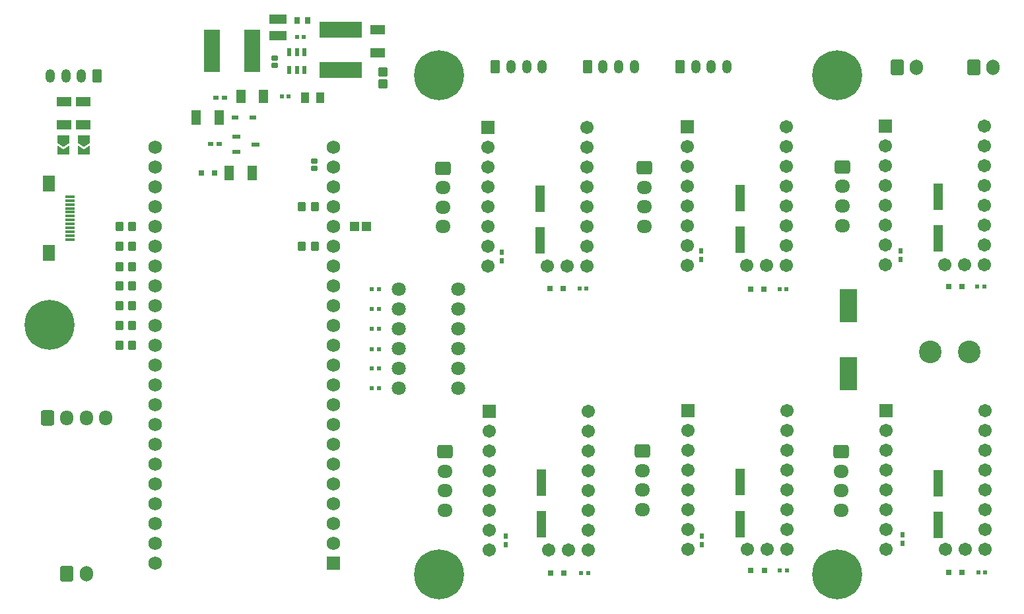
<source format=gbr>
%TF.GenerationSoftware,KiCad,Pcbnew,(6.0.7)*%
%TF.CreationDate,2025-08-04T23:03:26+08:00*%
%TF.ProjectId,stepper_with_TMC2209_controller_board_V1,73746570-7065-4725-9f77-6974685f544d,rev?*%
%TF.SameCoordinates,PX496ed40PY848f8c0*%
%TF.FileFunction,Soldermask,Top*%
%TF.FilePolarity,Negative*%
%FSLAX46Y46*%
G04 Gerber Fmt 4.6, Leading zero omitted, Abs format (unit mm)*
G04 Created by KiCad (PCBNEW (6.0.7)) date 2025-08-04 23:03:26*
%MOMM*%
%LPD*%
G01*
G04 APERTURE LIST*
G04 Aperture macros list*
%AMRoundRect*
0 Rectangle with rounded corners*
0 $1 Rounding radius*
0 $2 $3 $4 $5 $6 $7 $8 $9 X,Y pos of 4 corners*
0 Add a 4 corners polygon primitive as box body*
4,1,4,$2,$3,$4,$5,$6,$7,$8,$9,$2,$3,0*
0 Add four circle primitives for the rounded corners*
1,1,$1+$1,$2,$3*
1,1,$1+$1,$4,$5*
1,1,$1+$1,$6,$7*
1,1,$1+$1,$8,$9*
0 Add four rect primitives between the rounded corners*
20,1,$1+$1,$2,$3,$4,$5,0*
20,1,$1+$1,$4,$5,$6,$7,0*
20,1,$1+$1,$6,$7,$8,$9,0*
20,1,$1+$1,$8,$9,$2,$3,0*%
%AMFreePoly0*
4,1,6,1.000000,0.000000,0.500000,-0.750000,-0.500000,-0.750000,-0.500000,0.750000,0.500000,0.750000,1.000000,0.000000,1.000000,0.000000,$1*%
%AMFreePoly1*
4,1,6,0.500000,-0.750000,-0.650000,-0.750000,-0.150000,0.000000,-0.650000,0.750000,0.500000,0.750000,0.500000,-0.750000,0.500000,-0.750000,$1*%
G04 Aperture macros list end*
%ADD10RoundRect,0.250000X-0.600000X-0.750000X0.600000X-0.750000X0.600000X0.750000X-0.600000X0.750000X0*%
%ADD11O,1.700000X2.000000*%
%ADD12R,0.800000X0.800000*%
%ADD13R,0.570000X0.540000*%
%ADD14RoundRect,0.102000X0.475000X-0.475000X0.475000X0.475000X-0.475000X0.475000X-0.475000X-0.475000X0*%
%ADD15RoundRect,0.102000X0.865000X-0.485000X0.865000X0.485000X-0.865000X0.485000X-0.865000X-0.485000X0*%
%ADD16R,1.200000X3.500000*%
%ADD17R,2.010000X5.400000*%
%ADD18RoundRect,0.102000X0.395000X0.465000X-0.395000X0.465000X-0.395000X-0.465000X0.395000X-0.465000X0*%
%ADD19RoundRect,0.102000X0.485000X0.865000X-0.485000X0.865000X-0.485000X-0.865000X0.485000X-0.865000X0*%
%ADD20RoundRect,0.102000X0.520000X0.510000X-0.520000X0.510000X-0.520000X-0.510000X0.520000X-0.510000X0*%
%ADD21RoundRect,0.102000X1.000000X-2.050000X1.000000X2.050000X-1.000000X2.050000X-1.000000X-2.050000X0*%
%ADD22R,0.790000X0.540000*%
%ADD23RoundRect,0.250000X-0.350000X-0.625000X0.350000X-0.625000X0.350000X0.625000X-0.350000X0.625000X0*%
%ADD24O,1.200000X1.750000*%
%ADD25RoundRect,0.250000X-0.725000X0.600000X-0.725000X-0.600000X0.725000X-0.600000X0.725000X0.600000X0*%
%ADD26O,1.950000X1.700000*%
%ADD27C,6.400000*%
%ADD28R,0.540000X0.790000*%
%ADD29C,2.904000*%
%ADD30RoundRect,0.102000X-0.754000X-0.754000X0.754000X-0.754000X0.754000X0.754000X-0.754000X0.754000X0*%
%ADD31C,1.712000*%
%ADD32RoundRect,0.102000X-0.300000X0.270000X-0.300000X-0.270000X0.300000X-0.270000X0.300000X0.270000X0*%
%ADD33FreePoly0,270.000000*%
%ADD34FreePoly1,270.000000*%
%ADD35RoundRect,0.102000X0.765000X0.765000X-0.765000X0.765000X-0.765000X-0.765000X0.765000X-0.765000X0*%
%ADD36C,1.734000*%
%ADD37R,1.130000X1.380000*%
%ADD38RoundRect,0.102000X0.300000X-0.270000X0.300000X0.270000X-0.300000X0.270000X-0.300000X-0.270000X0*%
%ADD39R,2.200000X1.200000*%
%ADD40R,1.190000X1.730000*%
%ADD41R,0.830000X0.630000*%
%ADD42RoundRect,0.250000X0.350000X0.625000X-0.350000X0.625000X-0.350000X-0.625000X0.350000X-0.625000X0*%
%ADD43R,0.530000X1.070000*%
%ADD44RoundRect,0.250000X-0.600000X-0.725000X0.600000X-0.725000X0.600000X0.725000X-0.600000X0.725000X0*%
%ADD45O,1.700000X1.950000*%
%ADD46R,0.800000X0.900000*%
%ADD47C,1.800000*%
%ADD48R,5.400000X2.010000*%
%ADD49R,1.070000X0.600000*%
%ADD50R,1.300000X0.300000*%
%ADD51R,1.600000X2.000000*%
G04 APERTURE END LIST*
D10*
%TO.C,J3*%
X123550000Y70025000D03*
D11*
X126050000Y70025000D03*
%TD*%
D10*
%TO.C,J2*%
X113700000Y70000000D03*
D11*
X116200000Y70000000D03*
%TD*%
D12*
%TO.C,U10*%
X122025000Y5300000D03*
X120325000Y5300000D03*
%TD*%
%TO.C,U9*%
X96675000Y5525000D03*
X94975000Y5525000D03*
%TD*%
%TO.C,U8*%
X71000000Y5175000D03*
X69300000Y5175000D03*
%TD*%
%TO.C,U7*%
X122025000Y41925000D03*
X120325000Y41925000D03*
%TD*%
%TO.C,U6*%
X96650000Y41600000D03*
X94950000Y41600000D03*
%TD*%
%TO.C,U5*%
X70875000Y41700000D03*
X69175000Y41700000D03*
%TD*%
D13*
%TO.C,R14*%
X124145000Y5300000D03*
X125005000Y5300000D03*
%TD*%
%TO.C,R13*%
X98695000Y5525000D03*
X99555000Y5525000D03*
%TD*%
%TO.C,R12*%
X73220000Y5175000D03*
X74080000Y5175000D03*
%TD*%
%TO.C,R11*%
X124020000Y41925000D03*
X124880000Y41925000D03*
%TD*%
%TO.C,R10*%
X98645000Y41600000D03*
X99505000Y41600000D03*
%TD*%
%TO.C,R9*%
X73020000Y41700000D03*
X73880000Y41700000D03*
%TD*%
D14*
%TO.C,LED1*%
X47750000Y67950000D03*
X47750000Y69450000D03*
%TD*%
D15*
%TO.C,R1*%
X47117500Y71865000D03*
X47117500Y74825000D03*
%TD*%
D16*
%TO.C,C9*%
X67900000Y47830000D03*
X67900000Y53170000D03*
%TD*%
D17*
%TO.C,C6*%
X31010000Y72165000D03*
X25850000Y72165000D03*
%TD*%
D18*
%TO.C,R27*%
X15620000Y47100000D03*
X13980000Y47100000D03*
%TD*%
D13*
%TO.C,R8*%
X46370000Y41600000D03*
X47230000Y41600000D03*
%TD*%
D16*
%TO.C,C13*%
X93600000Y47930000D03*
X93600000Y53270000D03*
%TD*%
D19*
%TO.C,R21*%
X30975000Y56500000D03*
X28015000Y56500000D03*
%TD*%
D20*
%TO.C,R2*%
X45635000Y49600000D03*
X44165000Y49600000D03*
%TD*%
D18*
%TO.C,R32*%
X39020000Y52200000D03*
X37380000Y52200000D03*
%TD*%
D21*
%TO.C,C3*%
X107500000Y30750000D03*
X107500000Y39450000D03*
%TD*%
D18*
%TO.C,R6*%
X39020000Y47100000D03*
X37380000Y47100000D03*
%TD*%
D22*
%TO.C,C20*%
X26795000Y60175000D03*
X25695000Y60175000D03*
%TD*%
D13*
%TO.C,R16*%
X46370000Y36500000D03*
X47230000Y36500000D03*
%TD*%
D15*
%TO.C,R33*%
X9300000Y62640000D03*
X9300000Y65600000D03*
%TD*%
D13*
%TO.C,R17*%
X46370000Y33900000D03*
X47230000Y33900000D03*
%TD*%
%TO.C,R19*%
X46370000Y28900000D03*
X47230000Y28900000D03*
%TD*%
D23*
%TO.C,J1*%
X62200000Y70100000D03*
D24*
X64200000Y70100000D03*
X66200000Y70100000D03*
X68200000Y70100000D03*
%TD*%
D18*
%TO.C,R7*%
X15620000Y34400000D03*
X13980000Y34400000D03*
%TD*%
D25*
%TO.C,JM4*%
X55725000Y20750000D03*
D26*
X55725000Y18250000D03*
X55725000Y15750000D03*
X55725000Y13250000D03*
%TD*%
D27*
%TO.C,REF\u002A\u002A*%
X106000000Y5000000D03*
%TD*%
D28*
%TO.C,C8*%
X63500000Y8850000D03*
X63500000Y9950000D03*
%TD*%
D29*
%TO.C,U4*%
X118000000Y33500000D03*
X123000000Y33500000D03*
%TD*%
D13*
%TO.C,R18*%
X46370000Y31400000D03*
X47230000Y31400000D03*
%TD*%
D27*
%TO.C,REF\u002A\u002A*%
X106000000Y69000000D03*
%TD*%
D18*
%TO.C,R29*%
X15620000Y42000000D03*
X13980000Y42000000D03*
%TD*%
D25*
%TO.C,JM5*%
X81025000Y20800000D03*
D26*
X81025000Y18300000D03*
X81025000Y15800000D03*
X81025000Y13300000D03*
%TD*%
D13*
%TO.C,R15*%
X46370000Y39000000D03*
X47230000Y39000000D03*
%TD*%
D30*
%TO.C,M6*%
X112277500Y25990000D03*
D31*
X112277500Y23450000D03*
X112277500Y20910000D03*
X112277500Y18370000D03*
X112277500Y15830000D03*
X112277500Y13290000D03*
X112277500Y10750000D03*
X112277500Y8210000D03*
X124977500Y25990000D03*
X124977500Y23450000D03*
X124977500Y20910000D03*
X124977500Y18370000D03*
X124977500Y15830000D03*
X124977500Y13290000D03*
X124977500Y10750000D03*
X124977500Y8210000D03*
X119897500Y8210000D03*
X122437500Y8210000D03*
%TD*%
D32*
%TO.C,C4*%
X33930000Y71177000D03*
X33930000Y70313000D03*
%TD*%
D16*
%TO.C,C17*%
X119000000Y48130000D03*
X119000000Y53470000D03*
%TD*%
D30*
%TO.C,M1*%
X61225000Y62287500D03*
D31*
X61225000Y59747500D03*
X61225000Y57207500D03*
X61225000Y54667500D03*
X61225000Y52127500D03*
X61225000Y49587500D03*
X61225000Y47047500D03*
X61225000Y44507500D03*
X73925000Y62287500D03*
X73925000Y59747500D03*
X73925000Y57207500D03*
X73925000Y54667500D03*
X73925000Y52127500D03*
X73925000Y49587500D03*
X73925000Y47047500D03*
X73925000Y44507500D03*
X68845000Y44507500D03*
X71385000Y44507500D03*
%TD*%
D33*
%TO.C,JP2*%
X9400000Y60800000D03*
D34*
X9400000Y59350000D03*
%TD*%
D16*
%TO.C,C18*%
X68100000Y11430000D03*
X68100000Y16770000D03*
%TD*%
D35*
%TO.C,U3*%
X41459500Y6430000D03*
D36*
X41459500Y8970000D03*
X41459500Y11510000D03*
X41459500Y14050000D03*
X41459500Y16590000D03*
X41459500Y19130000D03*
X41459500Y21670000D03*
X41459500Y24210000D03*
X41459500Y26750000D03*
X41459500Y29290000D03*
X41459500Y31830000D03*
X41459500Y34370000D03*
X41459500Y36910000D03*
X41459500Y39450000D03*
X41459500Y41990000D03*
X41459500Y44530000D03*
X41459500Y47070000D03*
X41459500Y49610000D03*
X41459500Y52150000D03*
X41459500Y54690000D03*
X41459500Y57230000D03*
X41459500Y59770000D03*
X18599500Y6430000D03*
X18599500Y8970000D03*
X18599500Y11510000D03*
X18599500Y14050000D03*
X18599500Y16590000D03*
X18599500Y19130000D03*
X18599500Y21670000D03*
X18599500Y24210000D03*
X18599500Y26750000D03*
X18599500Y29290000D03*
X18599500Y31830000D03*
X18599500Y34370000D03*
X18599500Y36910000D03*
X18599500Y39450000D03*
X18599500Y41990000D03*
X18599500Y44530000D03*
X18599500Y47070000D03*
X18599500Y49610000D03*
X18599500Y52150000D03*
X18599500Y54690000D03*
X18599500Y57230000D03*
X18599500Y59770000D03*
%TD*%
D18*
%TO.C,R30*%
X15620000Y39500000D03*
X13980000Y39500000D03*
%TD*%
%TO.C,R28*%
X15620000Y44500000D03*
X13980000Y44500000D03*
%TD*%
D22*
%TO.C,C19*%
X27452500Y66175000D03*
X26352500Y66175000D03*
%TD*%
D13*
%TO.C,R3*%
X36800000Y73945000D03*
X37660000Y73945000D03*
%TD*%
D37*
%TO.C,R5*%
X37747500Y66100000D03*
X39747500Y66100000D03*
%TD*%
D23*
%TO.C,J13*%
X74000000Y70100000D03*
D24*
X76000000Y70100000D03*
X78000000Y70100000D03*
X80000000Y70100000D03*
%TD*%
D38*
%TO.C,C5*%
X38975000Y57103000D03*
X38975000Y57967000D03*
%TD*%
D27*
%TO.C,REF\u002A\u002A*%
X55000000Y5000000D03*
%TD*%
D30*
%TO.C,M5*%
X86877500Y25990000D03*
D31*
X86877500Y23450000D03*
X86877500Y20910000D03*
X86877500Y18370000D03*
X86877500Y15830000D03*
X86877500Y13290000D03*
X86877500Y10750000D03*
X86877500Y8210000D03*
X99577500Y25990000D03*
X99577500Y23450000D03*
X99577500Y20910000D03*
X99577500Y18370000D03*
X99577500Y15830000D03*
X99577500Y13290000D03*
X99577500Y10750000D03*
X99577500Y8210000D03*
X94497500Y8210000D03*
X97037500Y8210000D03*
%TD*%
D39*
%TO.C,L1*%
X34330000Y74115000D03*
X34330000Y76175000D03*
%TD*%
D13*
%TO.C,R4*%
X34817500Y66280000D03*
X35677500Y66280000D03*
%TD*%
D40*
%TO.C,F1*%
X32435000Y66325000D03*
X29535000Y66325000D03*
%TD*%
D28*
%TO.C,C7*%
X63000000Y45250000D03*
X63000000Y46350000D03*
%TD*%
D41*
%TO.C,D2*%
X31067500Y63625000D03*
X28787500Y63625000D03*
%TD*%
D33*
%TO.C,JP3*%
X6800000Y60800000D03*
D34*
X6800000Y59350000D03*
%TD*%
D42*
%TO.C,J5*%
X11100000Y68900000D03*
D24*
X9100000Y68900000D03*
X7100000Y68900000D03*
X5100000Y68900000D03*
%TD*%
D25*
%TO.C,JM3*%
X106725000Y57250000D03*
D26*
X106725000Y54750000D03*
X106725000Y52250000D03*
X106725000Y49750000D03*
%TD*%
D43*
%TO.C,U1*%
X35780000Y69695000D03*
X36730000Y69695000D03*
X37680000Y69695000D03*
X37680000Y71995000D03*
X36730000Y71995000D03*
X35780000Y71995000D03*
%TD*%
D15*
%TO.C,R34*%
X6900000Y62640000D03*
X6900000Y65600000D03*
%TD*%
D44*
%TO.C,J6*%
X4750000Y25100000D03*
D45*
X7250000Y25100000D03*
X9750000Y25100000D03*
X12250000Y25100000D03*
%TD*%
D46*
%TO.C,C2*%
X38130000Y76065000D03*
X36730000Y76065000D03*
%TD*%
D30*
%TO.C,M3*%
X112202500Y62490000D03*
D31*
X112202500Y59950000D03*
X112202500Y57410000D03*
X112202500Y54870000D03*
X112202500Y52330000D03*
X112202500Y49790000D03*
X112202500Y47250000D03*
X112202500Y44710000D03*
X124902500Y62490000D03*
X124902500Y59950000D03*
X124902500Y57410000D03*
X124902500Y54870000D03*
X124902500Y52330000D03*
X124902500Y49790000D03*
X124902500Y47250000D03*
X124902500Y44710000D03*
X119822500Y44710000D03*
X122362500Y44710000D03*
%TD*%
D30*
%TO.C,M4*%
X61377500Y25940000D03*
D31*
X61377500Y23400000D03*
X61377500Y20860000D03*
X61377500Y18320000D03*
X61377500Y15780000D03*
X61377500Y13240000D03*
X61377500Y10700000D03*
X61377500Y8160000D03*
X74077500Y25940000D03*
X74077500Y23400000D03*
X74077500Y20860000D03*
X74077500Y18320000D03*
X74077500Y15780000D03*
X74077500Y13240000D03*
X74077500Y10700000D03*
X74077500Y8160000D03*
X68997500Y8160000D03*
X71537500Y8160000D03*
%TD*%
D25*
%TO.C,JM1*%
X55500000Y57100000D03*
D26*
X55500000Y54600000D03*
X55500000Y52100000D03*
X55500000Y49600000D03*
%TD*%
D23*
%TO.C,J7*%
X85900000Y70100000D03*
D24*
X87900000Y70100000D03*
X89900000Y70100000D03*
X91900000Y70100000D03*
%TD*%
D10*
%TO.C,J8*%
X7250000Y5100000D03*
D11*
X9750000Y5100000D03*
%TD*%
D16*
%TO.C,C14*%
X93600000Y11480000D03*
X93600000Y16820000D03*
%TD*%
D28*
%TO.C,C11*%
X88600000Y45350000D03*
X88600000Y46450000D03*
%TD*%
D12*
%TO.C,U2*%
X26195000Y56450000D03*
X24495000Y56450000D03*
%TD*%
D25*
%TO.C,JM6*%
X106500000Y20750000D03*
D26*
X106500000Y18250000D03*
X106500000Y15750000D03*
X106500000Y13250000D03*
%TD*%
D27*
%TO.C,REF\u002A\u002A*%
X5000000Y37000000D03*
%TD*%
D47*
%TO.C,SW1*%
X49790000Y28850000D03*
X49790000Y31390000D03*
X49790000Y33930000D03*
X49790000Y36470000D03*
X49790000Y39010000D03*
X49790000Y41550000D03*
X57410000Y28850000D03*
X57410000Y31390000D03*
X57410000Y33930000D03*
X57410000Y36470000D03*
X57410000Y39010000D03*
X57410000Y41550000D03*
%TD*%
D48*
%TO.C,C1*%
X42330000Y74825000D03*
X42330000Y69665000D03*
%TD*%
D19*
%TO.C,R20*%
X26795000Y63625000D03*
X23835000Y63625000D03*
%TD*%
D18*
%TO.C,R26*%
X15620000Y49600000D03*
X13980000Y49600000D03*
%TD*%
D28*
%TO.C,C12*%
X88700000Y8800000D03*
X88700000Y9900000D03*
%TD*%
%TO.C,C16*%
X114375000Y8950000D03*
X114375000Y10050000D03*
%TD*%
D30*
%TO.C,M2*%
X86825000Y62387500D03*
D31*
X86825000Y59847500D03*
X86825000Y57307500D03*
X86825000Y54767500D03*
X86825000Y52227500D03*
X86825000Y49687500D03*
X86825000Y47147500D03*
X86825000Y44607500D03*
X99525000Y62387500D03*
X99525000Y59847500D03*
X99525000Y57307500D03*
X99525000Y54767500D03*
X99525000Y52227500D03*
X99525000Y49687500D03*
X99525000Y47147500D03*
X99525000Y44607500D03*
X94445000Y44607500D03*
X96985000Y44607500D03*
%TD*%
D18*
%TO.C,R31*%
X15620000Y36900000D03*
X13980000Y36900000D03*
%TD*%
D16*
%TO.C,C10*%
X119000000Y11330000D03*
X119000000Y16670000D03*
%TD*%
D49*
%TO.C,Q1*%
X28990000Y61100000D03*
X31450000Y60150000D03*
X28990000Y59200000D03*
%TD*%
D50*
%TO.C,FPC1*%
X7657500Y53450000D03*
X7657500Y52950000D03*
X7657500Y52450000D03*
X7657500Y51950000D03*
X7657500Y51450000D03*
X7657500Y50950000D03*
X7657500Y50450000D03*
X7657500Y49950000D03*
X7657500Y49450000D03*
X7657500Y48950000D03*
X7657500Y48450000D03*
X7657500Y47950000D03*
D51*
X4977500Y55150000D03*
X4977500Y46250000D03*
%TD*%
D28*
%TO.C,C15*%
X114150000Y45350000D03*
X114150000Y46450000D03*
%TD*%
D27*
%TO.C,REF\u002A\u002A*%
X55000000Y69000000D03*
%TD*%
D25*
%TO.C,JM2*%
X81325000Y57150000D03*
D26*
X81325000Y54650000D03*
X81325000Y52150000D03*
X81325000Y49650000D03*
%TD*%
M02*

</source>
